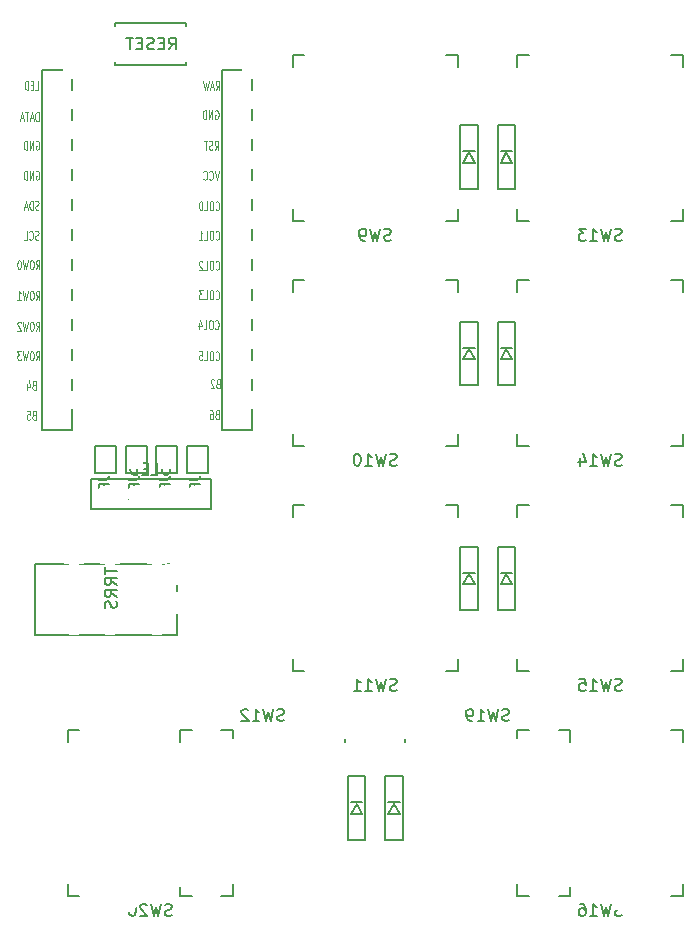
<source format=gbo>
G04 #@! TF.GenerationSoftware,KiCad,Pcbnew,5.1.4+dfsg1-1*
G04 #@! TF.CreationDate,2020-03-28T17:02:21+01:00*
G04 #@! TF.ProjectId,roni4x2split,726f6e69-3478-4327-9370-6c69742e6b69,rev?*
G04 #@! TF.SameCoordinates,Original*
G04 #@! TF.FileFunction,Legend,Bot*
G04 #@! TF.FilePolarity,Positive*
%FSLAX46Y46*%
G04 Gerber Fmt 4.6, Leading zero omitted, Abs format (unit mm)*
G04 Created by KiCad (PCBNEW 5.1.4+dfsg1-1) date 2020-03-28 17:02:21*
%MOMM*%
%LPD*%
G04 APERTURE LIST*
%ADD10C,0.150000*%
%ADD11C,0.152400*%
%ADD12C,0.125000*%
%ADD13C,4.502000*%
%ADD14C,3.150000*%
%ADD15C,4.089800*%
%ADD16R,1.702000X1.702000*%
%ADD17C,2.102000*%
%ADD18R,1.052000X1.402000*%
%ADD19R,1.499000X1.499000*%
%ADD20C,1.499000*%
%ADD21C,1.803800*%
%ADD22C,2.388000*%
%ADD23C,1.302000*%
%ADD24O,2.602000X1.802000*%
%ADD25R,1.245000X0.737000*%
%ADD26C,1.626000*%
G04 APERTURE END LIST*
D10*
X103012500Y-15786600D02*
X103012500Y-16036600D01*
X103012500Y-16036600D02*
X97012500Y-16036600D01*
X97012500Y-16036600D02*
X97012500Y-15786600D01*
X97012500Y-12786600D02*
X97012500Y-12536600D01*
X97012500Y-12536600D02*
X103012500Y-12536600D01*
X103012500Y-12536600D02*
X103012500Y-12786600D01*
X126992000Y-23411150D02*
X127492000Y-24311150D01*
X127492000Y-24311150D02*
X126492000Y-24311150D01*
X126492000Y-24311150D02*
X126992000Y-23411150D01*
X127492000Y-23311150D02*
X126492000Y-23311150D01*
X127742000Y-26511150D02*
X127742000Y-21111150D01*
X127742000Y-21111150D02*
X126242000Y-21111150D01*
X126242000Y-21111150D02*
X126242000Y-26511150D01*
X126242000Y-26511150D02*
X127742000Y-26511150D01*
X126992000Y-40078700D02*
X127492000Y-40978700D01*
X127492000Y-40978700D02*
X126492000Y-40978700D01*
X126492000Y-40978700D02*
X126992000Y-40078700D01*
X127492000Y-39978700D02*
X126492000Y-39978700D01*
X127742000Y-43178700D02*
X127742000Y-37778700D01*
X127742000Y-37778700D02*
X126242000Y-37778700D01*
X126242000Y-37778700D02*
X126242000Y-43178700D01*
X126242000Y-43178700D02*
X127742000Y-43178700D01*
X126992000Y-59127500D02*
X127492000Y-60027500D01*
X127492000Y-60027500D02*
X126492000Y-60027500D01*
X126492000Y-60027500D02*
X126992000Y-59127500D01*
X127492000Y-59027500D02*
X126492000Y-59027500D01*
X127742000Y-62227500D02*
X127742000Y-56827500D01*
X127742000Y-56827500D02*
X126242000Y-56827500D01*
X126242000Y-56827500D02*
X126242000Y-62227500D01*
X126242000Y-62227500D02*
X127742000Y-62227500D01*
X116725296Y-81678324D02*
X118225296Y-81678324D01*
X116725296Y-76278324D02*
X116725296Y-81678324D01*
X118225296Y-76278324D02*
X116725296Y-76278324D01*
X118225296Y-81678324D02*
X118225296Y-76278324D01*
X117975296Y-78478324D02*
X116975296Y-78478324D01*
X116975296Y-79478324D02*
X117475296Y-78578324D01*
X117975296Y-79478324D02*
X116975296Y-79478324D01*
X117475296Y-78578324D02*
X117975296Y-79478324D01*
X129416800Y-26511150D02*
X130916800Y-26511150D01*
X129416800Y-21111150D02*
X129416800Y-26511150D01*
X130916800Y-21111150D02*
X129416800Y-21111150D01*
X130916800Y-26511150D02*
X130916800Y-21111150D01*
X130666800Y-23311150D02*
X129666800Y-23311150D01*
X129666800Y-24311150D02*
X130166800Y-23411150D01*
X130666800Y-24311150D02*
X129666800Y-24311150D01*
X130166800Y-23411150D02*
X130666800Y-24311150D01*
X129416800Y-43178700D02*
X130916800Y-43178700D01*
X129416800Y-37778700D02*
X129416800Y-43178700D01*
X130916800Y-37778700D02*
X129416800Y-37778700D01*
X130916800Y-43178700D02*
X130916800Y-37778700D01*
X130666800Y-39978700D02*
X129666800Y-39978700D01*
X129666800Y-40978700D02*
X130166800Y-40078700D01*
X130666800Y-40978700D02*
X129666800Y-40978700D01*
X130166800Y-40078700D02*
X130666800Y-40978700D01*
X129416800Y-62227500D02*
X130916800Y-62227500D01*
X129416800Y-56827500D02*
X129416800Y-62227500D01*
X130916800Y-56827500D02*
X129416800Y-56827500D01*
X130916800Y-62227500D02*
X130916800Y-56827500D01*
X130666800Y-59027500D02*
X129666800Y-59027500D01*
X129666800Y-60027500D02*
X130166800Y-59127500D01*
X130666800Y-60027500D02*
X129666800Y-60027500D01*
X130166800Y-59127500D02*
X130666800Y-60027500D01*
X120650304Y-78578324D02*
X121150304Y-79478324D01*
X121150304Y-79478324D02*
X120150304Y-79478324D01*
X120150304Y-79478324D02*
X120650304Y-78578324D01*
X121150304Y-78478324D02*
X120150304Y-78478324D01*
X121400304Y-81678324D02*
X121400304Y-76278324D01*
X121400304Y-76278324D02*
X119900304Y-76278324D01*
X119900304Y-76278324D02*
X119900304Y-81678324D01*
X119900304Y-81678324D02*
X121400304Y-81678324D01*
X126055000Y-29223600D02*
X125055000Y-29223600D01*
X113055000Y-29223600D02*
X112055000Y-29223600D01*
X112055000Y-29223600D02*
X112055000Y-28223600D01*
X112055000Y-15223600D02*
X113055000Y-15223600D01*
X112055000Y-16223600D02*
X112055000Y-15223600D01*
X125055000Y-15223600D02*
X126055000Y-15223600D01*
X126055000Y-15223600D02*
X126055000Y-16223600D01*
X126055000Y-28223600D02*
X126055000Y-29223600D01*
X126055000Y-47272400D02*
X126055000Y-48272400D01*
X126055000Y-34272400D02*
X126055000Y-35272400D01*
X125055000Y-34272400D02*
X126055000Y-34272400D01*
X112055000Y-35272400D02*
X112055000Y-34272400D01*
X112055000Y-34272400D02*
X113055000Y-34272400D01*
X112055000Y-48272400D02*
X112055000Y-47272400D01*
X113055000Y-48272400D02*
X112055000Y-48272400D01*
X126055000Y-48272400D02*
X125055000Y-48272400D01*
X126055000Y-66321200D02*
X126055000Y-67321200D01*
X126055000Y-53321200D02*
X126055000Y-54321200D01*
X125055000Y-53321200D02*
X126055000Y-53321200D01*
X112055000Y-54321200D02*
X112055000Y-53321200D01*
X112055000Y-53321200D02*
X113055000Y-53321200D01*
X112055000Y-67321200D02*
X112055000Y-66321200D01*
X113055000Y-67321200D02*
X112055000Y-67321200D01*
X126055000Y-67321200D02*
X125055000Y-67321200D01*
X102537776Y-73375200D02*
X102537776Y-72375200D01*
X102537776Y-86375200D02*
X102537776Y-85375200D01*
X103537776Y-86375200D02*
X102537776Y-86375200D01*
X116537776Y-85375200D02*
X116537776Y-86375200D01*
X116537776Y-86375200D02*
X115537776Y-86375200D01*
X116537776Y-72375200D02*
X116537776Y-73375200D01*
X115537776Y-72375200D02*
X116537776Y-72375200D01*
X102537776Y-72375200D02*
X103537776Y-72375200D01*
X145103800Y-28223600D02*
X145103800Y-29223600D01*
X145103800Y-15223600D02*
X145103800Y-16223600D01*
X144103800Y-15223600D02*
X145103800Y-15223600D01*
X131103800Y-16223600D02*
X131103800Y-15223600D01*
X131103800Y-15223600D02*
X132103800Y-15223600D01*
X131103800Y-29223600D02*
X131103800Y-28223600D01*
X132103800Y-29223600D02*
X131103800Y-29223600D01*
X145103800Y-29223600D02*
X144103800Y-29223600D01*
X145103800Y-48272400D02*
X144103800Y-48272400D01*
X132103800Y-48272400D02*
X131103800Y-48272400D01*
X131103800Y-48272400D02*
X131103800Y-47272400D01*
X131103800Y-34272400D02*
X132103800Y-34272400D01*
X131103800Y-35272400D02*
X131103800Y-34272400D01*
X144103800Y-34272400D02*
X145103800Y-34272400D01*
X145103800Y-34272400D02*
X145103800Y-35272400D01*
X145103800Y-47272400D02*
X145103800Y-48272400D01*
X145103800Y-67321200D02*
X144103800Y-67321200D01*
X132103800Y-67321200D02*
X131103800Y-67321200D01*
X131103800Y-67321200D02*
X131103800Y-66321200D01*
X131103800Y-53321200D02*
X132103800Y-53321200D01*
X131103800Y-54321200D02*
X131103800Y-53321200D01*
X144103800Y-53321200D02*
X145103800Y-53321200D01*
X145103800Y-53321200D02*
X145103800Y-54321200D01*
X145103800Y-66321200D02*
X145103800Y-67321200D01*
X145103800Y-86370000D02*
X144103800Y-86370000D01*
X132103800Y-86370000D02*
X131103800Y-86370000D01*
X131103800Y-86370000D02*
X131103800Y-85370000D01*
X131103800Y-72370000D02*
X132103800Y-72370000D01*
X131103800Y-73370000D02*
X131103800Y-72370000D01*
X144103800Y-72370000D02*
X145103800Y-72370000D01*
X145103800Y-72370000D02*
X145103800Y-73370000D01*
X145103800Y-85370000D02*
X145103800Y-86370000D01*
X121587824Y-73375200D02*
X121587824Y-72375200D01*
X121587824Y-86375200D02*
X121587824Y-85375200D01*
X122587824Y-86375200D02*
X121587824Y-86375200D01*
X135587824Y-85375200D02*
X135587824Y-86375200D01*
X135587824Y-86375200D02*
X134587824Y-86375200D01*
X135587824Y-72375200D02*
X135587824Y-73375200D01*
X134587824Y-72375200D02*
X135587824Y-72375200D01*
X121587824Y-72375200D02*
X122587824Y-72375200D01*
X107012752Y-85375200D02*
X107012752Y-86375200D01*
X107012752Y-72375200D02*
X107012752Y-73375200D01*
X106012752Y-72375200D02*
X107012752Y-72375200D01*
X93012752Y-73375200D02*
X93012752Y-72375200D01*
X93012752Y-72375200D02*
X94012752Y-72375200D01*
X93012752Y-86375200D02*
X93012752Y-85375200D01*
X94012752Y-86375200D02*
X93012752Y-86375200D01*
X107012752Y-86375200D02*
X106012752Y-86375200D01*
X102289290Y-64281400D02*
X90289290Y-64281400D01*
X102289290Y-58281400D02*
X102289290Y-64281400D01*
X90289290Y-58281400D02*
X102289290Y-58281400D01*
X90289290Y-64281400D02*
X90289290Y-58281400D01*
X94972430Y-51117632D02*
X105132430Y-51117632D01*
X105132430Y-51117632D02*
X105132430Y-53657632D01*
X105132430Y-53657632D02*
X94972430Y-53657632D01*
X94972430Y-53657632D02*
X94972430Y-51117632D01*
X104870512Y-50554062D02*
X104870512Y-48268062D01*
X104870512Y-48268062D02*
X103092512Y-48268062D01*
X103092512Y-48268062D02*
X103092512Y-50554062D01*
X103092512Y-50554062D02*
X104870512Y-50554062D01*
X100512818Y-50554062D02*
X102290818Y-50554062D01*
X100512818Y-48268062D02*
X100512818Y-50554062D01*
X102290818Y-48268062D02*
X100512818Y-48268062D01*
X102290818Y-50554062D02*
X102290818Y-48268062D01*
X99711124Y-50554062D02*
X99711124Y-48268062D01*
X99711124Y-48268062D02*
X97933124Y-48268062D01*
X97933124Y-48268062D02*
X97933124Y-50554062D01*
X97933124Y-50554062D02*
X99711124Y-50554062D01*
X95353430Y-50554062D02*
X97131430Y-50554062D01*
X95353430Y-48268062D02*
X95353430Y-50554062D01*
X97131430Y-48268062D02*
X95353430Y-48268062D01*
X97131430Y-50554062D02*
X97131430Y-48268062D01*
X106084942Y-16476300D02*
X108624942Y-16476300D01*
X108624942Y-16476300D02*
X108624942Y-46956300D01*
X108624942Y-46956300D02*
X106084942Y-46956300D01*
X106084942Y-46956300D02*
X106084942Y-16476300D01*
X90844942Y-16476300D02*
X93384942Y-16476300D01*
X93384942Y-16476300D02*
X93384942Y-46956300D01*
X93384942Y-46956300D02*
X90844942Y-46956300D01*
X90844942Y-46956300D02*
X90844942Y-16476300D01*
X101591880Y-14738980D02*
X101925214Y-14262790D01*
X102163309Y-14738980D02*
X102163309Y-13738980D01*
X101782357Y-13738980D01*
X101687119Y-13786600D01*
X101639500Y-13834219D01*
X101591880Y-13929457D01*
X101591880Y-14072314D01*
X101639500Y-14167552D01*
X101687119Y-14215171D01*
X101782357Y-14262790D01*
X102163309Y-14262790D01*
X101163309Y-14215171D02*
X100829976Y-14215171D01*
X100687119Y-14738980D02*
X101163309Y-14738980D01*
X101163309Y-13738980D01*
X100687119Y-13738980D01*
X100306166Y-14691361D02*
X100163309Y-14738980D01*
X99925214Y-14738980D01*
X99829976Y-14691361D01*
X99782357Y-14643742D01*
X99734738Y-14548504D01*
X99734738Y-14453266D01*
X99782357Y-14358028D01*
X99829976Y-14310409D01*
X99925214Y-14262790D01*
X100115690Y-14215171D01*
X100210928Y-14167552D01*
X100258547Y-14119933D01*
X100306166Y-14024695D01*
X100306166Y-13929457D01*
X100258547Y-13834219D01*
X100210928Y-13786600D01*
X100115690Y-13738980D01*
X99877595Y-13738980D01*
X99734738Y-13786600D01*
X99306166Y-14215171D02*
X98972833Y-14215171D01*
X98829976Y-14738980D02*
X99306166Y-14738980D01*
X99306166Y-13738980D01*
X98829976Y-13738980D01*
X98544261Y-13738980D02*
X97972833Y-13738980D01*
X98258547Y-14738980D02*
X98258547Y-13738980D01*
X120388333Y-30883361D02*
X120245476Y-30930980D01*
X120007380Y-30930980D01*
X119912142Y-30883361D01*
X119864523Y-30835742D01*
X119816904Y-30740504D01*
X119816904Y-30645266D01*
X119864523Y-30550028D01*
X119912142Y-30502409D01*
X120007380Y-30454790D01*
X120197857Y-30407171D01*
X120293095Y-30359552D01*
X120340714Y-30311933D01*
X120388333Y-30216695D01*
X120388333Y-30121457D01*
X120340714Y-30026219D01*
X120293095Y-29978600D01*
X120197857Y-29930980D01*
X119959761Y-29930980D01*
X119816904Y-29978600D01*
X119483571Y-29930980D02*
X119245476Y-30930980D01*
X119055000Y-30216695D01*
X118864523Y-30930980D01*
X118626428Y-29930980D01*
X118197857Y-30930980D02*
X118007380Y-30930980D01*
X117912142Y-30883361D01*
X117864523Y-30835742D01*
X117769285Y-30692885D01*
X117721666Y-30502409D01*
X117721666Y-30121457D01*
X117769285Y-30026219D01*
X117816904Y-29978600D01*
X117912142Y-29930980D01*
X118102619Y-29930980D01*
X118197857Y-29978600D01*
X118245476Y-30026219D01*
X118293095Y-30121457D01*
X118293095Y-30359552D01*
X118245476Y-30454790D01*
X118197857Y-30502409D01*
X118102619Y-30550028D01*
X117912142Y-30550028D01*
X117816904Y-30502409D01*
X117769285Y-30454790D01*
X117721666Y-30359552D01*
X120864523Y-49932161D02*
X120721666Y-49979780D01*
X120483571Y-49979780D01*
X120388333Y-49932161D01*
X120340714Y-49884542D01*
X120293095Y-49789304D01*
X120293095Y-49694066D01*
X120340714Y-49598828D01*
X120388333Y-49551209D01*
X120483571Y-49503590D01*
X120674047Y-49455971D01*
X120769285Y-49408352D01*
X120816904Y-49360733D01*
X120864523Y-49265495D01*
X120864523Y-49170257D01*
X120816904Y-49075019D01*
X120769285Y-49027400D01*
X120674047Y-48979780D01*
X120435952Y-48979780D01*
X120293095Y-49027400D01*
X119959761Y-48979780D02*
X119721666Y-49979780D01*
X119531190Y-49265495D01*
X119340714Y-49979780D01*
X119102619Y-48979780D01*
X118197857Y-49979780D02*
X118769285Y-49979780D01*
X118483571Y-49979780D02*
X118483571Y-48979780D01*
X118578809Y-49122638D01*
X118674047Y-49217876D01*
X118769285Y-49265495D01*
X117578809Y-48979780D02*
X117483571Y-48979780D01*
X117388333Y-49027400D01*
X117340714Y-49075019D01*
X117293095Y-49170257D01*
X117245476Y-49360733D01*
X117245476Y-49598828D01*
X117293095Y-49789304D01*
X117340714Y-49884542D01*
X117388333Y-49932161D01*
X117483571Y-49979780D01*
X117578809Y-49979780D01*
X117674047Y-49932161D01*
X117721666Y-49884542D01*
X117769285Y-49789304D01*
X117816904Y-49598828D01*
X117816904Y-49360733D01*
X117769285Y-49170257D01*
X117721666Y-49075019D01*
X117674047Y-49027400D01*
X117578809Y-48979780D01*
X120864523Y-68980961D02*
X120721666Y-69028580D01*
X120483571Y-69028580D01*
X120388333Y-68980961D01*
X120340714Y-68933342D01*
X120293095Y-68838104D01*
X120293095Y-68742866D01*
X120340714Y-68647628D01*
X120388333Y-68600009D01*
X120483571Y-68552390D01*
X120674047Y-68504771D01*
X120769285Y-68457152D01*
X120816904Y-68409533D01*
X120864523Y-68314295D01*
X120864523Y-68219057D01*
X120816904Y-68123819D01*
X120769285Y-68076200D01*
X120674047Y-68028580D01*
X120435952Y-68028580D01*
X120293095Y-68076200D01*
X119959761Y-68028580D02*
X119721666Y-69028580D01*
X119531190Y-68314295D01*
X119340714Y-69028580D01*
X119102619Y-68028580D01*
X118197857Y-69028580D02*
X118769285Y-69028580D01*
X118483571Y-69028580D02*
X118483571Y-68028580D01*
X118578809Y-68171438D01*
X118674047Y-68266676D01*
X118769285Y-68314295D01*
X117245476Y-69028580D02*
X117816904Y-69028580D01*
X117531190Y-69028580D02*
X117531190Y-68028580D01*
X117626428Y-68171438D01*
X117721666Y-68266676D01*
X117816904Y-68314295D01*
X111347299Y-71524961D02*
X111204442Y-71572580D01*
X110966347Y-71572580D01*
X110871109Y-71524961D01*
X110823490Y-71477342D01*
X110775871Y-71382104D01*
X110775871Y-71286866D01*
X110823490Y-71191628D01*
X110871109Y-71144009D01*
X110966347Y-71096390D01*
X111156823Y-71048771D01*
X111252061Y-71001152D01*
X111299680Y-70953533D01*
X111347299Y-70858295D01*
X111347299Y-70763057D01*
X111299680Y-70667819D01*
X111252061Y-70620200D01*
X111156823Y-70572580D01*
X110918728Y-70572580D01*
X110775871Y-70620200D01*
X110442537Y-70572580D02*
X110204442Y-71572580D01*
X110013966Y-70858295D01*
X109823490Y-71572580D01*
X109585395Y-70572580D01*
X108680633Y-71572580D02*
X109252061Y-71572580D01*
X108966347Y-71572580D02*
X108966347Y-70572580D01*
X109061585Y-70715438D01*
X109156823Y-70810676D01*
X109252061Y-70858295D01*
X108299680Y-70667819D02*
X108252061Y-70620200D01*
X108156823Y-70572580D01*
X107918728Y-70572580D01*
X107823490Y-70620200D01*
X107775871Y-70667819D01*
X107728252Y-70763057D01*
X107728252Y-70858295D01*
X107775871Y-71001152D01*
X108347299Y-71572580D01*
X107728252Y-71572580D01*
X139913323Y-30883361D02*
X139770466Y-30930980D01*
X139532371Y-30930980D01*
X139437133Y-30883361D01*
X139389514Y-30835742D01*
X139341895Y-30740504D01*
X139341895Y-30645266D01*
X139389514Y-30550028D01*
X139437133Y-30502409D01*
X139532371Y-30454790D01*
X139722847Y-30407171D01*
X139818085Y-30359552D01*
X139865704Y-30311933D01*
X139913323Y-30216695D01*
X139913323Y-30121457D01*
X139865704Y-30026219D01*
X139818085Y-29978600D01*
X139722847Y-29930980D01*
X139484752Y-29930980D01*
X139341895Y-29978600D01*
X139008561Y-29930980D02*
X138770466Y-30930980D01*
X138579990Y-30216695D01*
X138389514Y-30930980D01*
X138151419Y-29930980D01*
X137246657Y-30930980D02*
X137818085Y-30930980D01*
X137532371Y-30930980D02*
X137532371Y-29930980D01*
X137627609Y-30073838D01*
X137722847Y-30169076D01*
X137818085Y-30216695D01*
X136913323Y-29930980D02*
X136294276Y-29930980D01*
X136627609Y-30311933D01*
X136484752Y-30311933D01*
X136389514Y-30359552D01*
X136341895Y-30407171D01*
X136294276Y-30502409D01*
X136294276Y-30740504D01*
X136341895Y-30835742D01*
X136389514Y-30883361D01*
X136484752Y-30930980D01*
X136770466Y-30930980D01*
X136865704Y-30883361D01*
X136913323Y-30835742D01*
X139913323Y-49932161D02*
X139770466Y-49979780D01*
X139532371Y-49979780D01*
X139437133Y-49932161D01*
X139389514Y-49884542D01*
X139341895Y-49789304D01*
X139341895Y-49694066D01*
X139389514Y-49598828D01*
X139437133Y-49551209D01*
X139532371Y-49503590D01*
X139722847Y-49455971D01*
X139818085Y-49408352D01*
X139865704Y-49360733D01*
X139913323Y-49265495D01*
X139913323Y-49170257D01*
X139865704Y-49075019D01*
X139818085Y-49027400D01*
X139722847Y-48979780D01*
X139484752Y-48979780D01*
X139341895Y-49027400D01*
X139008561Y-48979780D02*
X138770466Y-49979780D01*
X138579990Y-49265495D01*
X138389514Y-49979780D01*
X138151419Y-48979780D01*
X137246657Y-49979780D02*
X137818085Y-49979780D01*
X137532371Y-49979780D02*
X137532371Y-48979780D01*
X137627609Y-49122638D01*
X137722847Y-49217876D01*
X137818085Y-49265495D01*
X136389514Y-49313114D02*
X136389514Y-49979780D01*
X136627609Y-48932161D02*
X136865704Y-49646447D01*
X136246657Y-49646447D01*
X139913323Y-68980961D02*
X139770466Y-69028580D01*
X139532371Y-69028580D01*
X139437133Y-68980961D01*
X139389514Y-68933342D01*
X139341895Y-68838104D01*
X139341895Y-68742866D01*
X139389514Y-68647628D01*
X139437133Y-68600009D01*
X139532371Y-68552390D01*
X139722847Y-68504771D01*
X139818085Y-68457152D01*
X139865704Y-68409533D01*
X139913323Y-68314295D01*
X139913323Y-68219057D01*
X139865704Y-68123819D01*
X139818085Y-68076200D01*
X139722847Y-68028580D01*
X139484752Y-68028580D01*
X139341895Y-68076200D01*
X139008561Y-68028580D02*
X138770466Y-69028580D01*
X138579990Y-68314295D01*
X138389514Y-69028580D01*
X138151419Y-68028580D01*
X137246657Y-69028580D02*
X137818085Y-69028580D01*
X137532371Y-69028580D02*
X137532371Y-68028580D01*
X137627609Y-68171438D01*
X137722847Y-68266676D01*
X137818085Y-68314295D01*
X136341895Y-68028580D02*
X136818085Y-68028580D01*
X136865704Y-68504771D01*
X136818085Y-68457152D01*
X136722847Y-68409533D01*
X136484752Y-68409533D01*
X136389514Y-68457152D01*
X136341895Y-68504771D01*
X136294276Y-68600009D01*
X136294276Y-68838104D01*
X136341895Y-68933342D01*
X136389514Y-68980961D01*
X136484752Y-69028580D01*
X136722847Y-69028580D01*
X136818085Y-68980961D01*
X136865704Y-68933342D01*
X139913323Y-88029761D02*
X139770466Y-88077380D01*
X139532371Y-88077380D01*
X139437133Y-88029761D01*
X139389514Y-87982142D01*
X139341895Y-87886904D01*
X139341895Y-87791666D01*
X139389514Y-87696428D01*
X139437133Y-87648809D01*
X139532371Y-87601190D01*
X139722847Y-87553571D01*
X139818085Y-87505952D01*
X139865704Y-87458333D01*
X139913323Y-87363095D01*
X139913323Y-87267857D01*
X139865704Y-87172619D01*
X139818085Y-87125000D01*
X139722847Y-87077380D01*
X139484752Y-87077380D01*
X139341895Y-87125000D01*
X139008561Y-87077380D02*
X138770466Y-88077380D01*
X138579990Y-87363095D01*
X138389514Y-88077380D01*
X138151419Y-87077380D01*
X137246657Y-88077380D02*
X137818085Y-88077380D01*
X137532371Y-88077380D02*
X137532371Y-87077380D01*
X137627609Y-87220238D01*
X137722847Y-87315476D01*
X137818085Y-87363095D01*
X136389514Y-87077380D02*
X136579990Y-87077380D01*
X136675228Y-87125000D01*
X136722847Y-87172619D01*
X136818085Y-87315476D01*
X136865704Y-87505952D01*
X136865704Y-87886904D01*
X136818085Y-87982142D01*
X136770466Y-88029761D01*
X136675228Y-88077380D01*
X136484752Y-88077380D01*
X136389514Y-88029761D01*
X136341895Y-87982142D01*
X136294276Y-87886904D01*
X136294276Y-87648809D01*
X136341895Y-87553571D01*
X136389514Y-87505952D01*
X136484752Y-87458333D01*
X136675228Y-87458333D01*
X136770466Y-87505952D01*
X136818085Y-87553571D01*
X136865704Y-87648809D01*
X130397347Y-71524961D02*
X130254490Y-71572580D01*
X130016395Y-71572580D01*
X129921157Y-71524961D01*
X129873538Y-71477342D01*
X129825919Y-71382104D01*
X129825919Y-71286866D01*
X129873538Y-71191628D01*
X129921157Y-71144009D01*
X130016395Y-71096390D01*
X130206871Y-71048771D01*
X130302109Y-71001152D01*
X130349728Y-70953533D01*
X130397347Y-70858295D01*
X130397347Y-70763057D01*
X130349728Y-70667819D01*
X130302109Y-70620200D01*
X130206871Y-70572580D01*
X129968776Y-70572580D01*
X129825919Y-70620200D01*
X129492585Y-70572580D02*
X129254490Y-71572580D01*
X129064014Y-70858295D01*
X128873538Y-71572580D01*
X128635443Y-70572580D01*
X127730681Y-71572580D02*
X128302109Y-71572580D01*
X128016395Y-71572580D02*
X128016395Y-70572580D01*
X128111633Y-70715438D01*
X128206871Y-70810676D01*
X128302109Y-70858295D01*
X127254490Y-71572580D02*
X127064014Y-71572580D01*
X126968776Y-71524961D01*
X126921157Y-71477342D01*
X126825919Y-71334485D01*
X126778300Y-71144009D01*
X126778300Y-70763057D01*
X126825919Y-70667819D01*
X126873538Y-70620200D01*
X126968776Y-70572580D01*
X127159252Y-70572580D01*
X127254490Y-70620200D01*
X127302109Y-70667819D01*
X127349728Y-70763057D01*
X127349728Y-71001152D01*
X127302109Y-71096390D01*
X127254490Y-71144009D01*
X127159252Y-71191628D01*
X126968776Y-71191628D01*
X126873538Y-71144009D01*
X126825919Y-71096390D01*
X126778300Y-71001152D01*
X101822275Y-88034961D02*
X101679418Y-88082580D01*
X101441323Y-88082580D01*
X101346085Y-88034961D01*
X101298466Y-87987342D01*
X101250847Y-87892104D01*
X101250847Y-87796866D01*
X101298466Y-87701628D01*
X101346085Y-87654009D01*
X101441323Y-87606390D01*
X101631799Y-87558771D01*
X101727037Y-87511152D01*
X101774656Y-87463533D01*
X101822275Y-87368295D01*
X101822275Y-87273057D01*
X101774656Y-87177819D01*
X101727037Y-87130200D01*
X101631799Y-87082580D01*
X101393704Y-87082580D01*
X101250847Y-87130200D01*
X100917513Y-87082580D02*
X100679418Y-88082580D01*
X100488942Y-87368295D01*
X100298466Y-88082580D01*
X100060371Y-87082580D01*
X99727037Y-87177819D02*
X99679418Y-87130200D01*
X99584180Y-87082580D01*
X99346085Y-87082580D01*
X99250847Y-87130200D01*
X99203228Y-87177819D01*
X99155609Y-87273057D01*
X99155609Y-87368295D01*
X99203228Y-87511152D01*
X99774656Y-88082580D01*
X99155609Y-88082580D01*
X98536561Y-87082580D02*
X98441323Y-87082580D01*
X98346085Y-87130200D01*
X98298466Y-87177819D01*
X98250847Y-87273057D01*
X98203228Y-87463533D01*
X98203228Y-87701628D01*
X98250847Y-87892104D01*
X98298466Y-87987342D01*
X98346085Y-88034961D01*
X98441323Y-88082580D01*
X98536561Y-88082580D01*
X98631799Y-88034961D01*
X98679418Y-87987342D01*
X98727037Y-87892104D01*
X98774656Y-87701628D01*
X98774656Y-87463533D01*
X98727037Y-87273057D01*
X98679418Y-87177819D01*
X98631799Y-87130200D01*
X98536561Y-87082580D01*
X96155170Y-58594995D02*
X96155170Y-59166423D01*
X97155170Y-58880709D02*
X96155170Y-58880709D01*
X97155170Y-60071185D02*
X96678980Y-59737852D01*
X97155170Y-59499757D02*
X96155170Y-59499757D01*
X96155170Y-59880709D01*
X96202790Y-59975947D01*
X96250409Y-60023566D01*
X96345647Y-60071185D01*
X96488504Y-60071185D01*
X96583742Y-60023566D01*
X96631361Y-59975947D01*
X96678980Y-59880709D01*
X96678980Y-59499757D01*
X97155170Y-61071185D02*
X96678980Y-60737852D01*
X97155170Y-60499757D02*
X96155170Y-60499757D01*
X96155170Y-60880709D01*
X96202790Y-60975947D01*
X96250409Y-61023566D01*
X96345647Y-61071185D01*
X96488504Y-61071185D01*
X96583742Y-61023566D01*
X96631361Y-60975947D01*
X96678980Y-60880709D01*
X96678980Y-60499757D01*
X97107551Y-61452138D02*
X97155170Y-61594995D01*
X97155170Y-61833090D01*
X97107551Y-61928328D01*
X97059932Y-61975947D01*
X96964694Y-62023566D01*
X96869456Y-62023566D01*
X96774218Y-61975947D01*
X96726599Y-61928328D01*
X96678980Y-61833090D01*
X96631361Y-61642614D01*
X96583742Y-61547376D01*
X96536123Y-61499757D01*
X96440885Y-61452138D01*
X96345647Y-61452138D01*
X96250409Y-61499757D01*
X96202790Y-61547376D01*
X96155170Y-61642614D01*
X96155170Y-61880709D01*
X96202790Y-62023566D01*
X101444810Y-49740012D02*
X101254334Y-49740012D01*
X101159096Y-49787632D01*
X101063858Y-49882870D01*
X101016239Y-50073346D01*
X101016239Y-50406679D01*
X101063858Y-50597155D01*
X101159096Y-50692393D01*
X101254334Y-50740012D01*
X101444810Y-50740012D01*
X101540049Y-50692393D01*
X101635287Y-50597155D01*
X101682906Y-50406679D01*
X101682906Y-50073346D01*
X101635287Y-49882870D01*
X101540049Y-49787632D01*
X101444810Y-49740012D01*
X100111477Y-50740012D02*
X100587668Y-50740012D01*
X100587668Y-49740012D01*
X99778144Y-50216203D02*
X99444810Y-50216203D01*
X99301953Y-50740012D02*
X99778144Y-50740012D01*
X99778144Y-49740012D01*
X99301953Y-49740012D01*
X98873382Y-50740012D02*
X98873382Y-49740012D01*
X98635287Y-49740012D01*
X98492430Y-49787632D01*
X98397191Y-49882870D01*
X98349572Y-49978108D01*
X98301953Y-50168584D01*
X98301953Y-50311441D01*
X98349572Y-50501917D01*
X98397191Y-50597155D01*
X98492430Y-50692393D01*
X98635287Y-50740012D01*
X98873382Y-50740012D01*
D11*
X103409407Y-51146728D02*
X103989978Y-51146728D01*
X104106092Y-51108023D01*
X104183502Y-51030614D01*
X104222207Y-50914500D01*
X104222207Y-50837090D01*
X104222207Y-51533776D02*
X103409407Y-51533776D01*
X103409407Y-51843414D01*
X103448112Y-51920823D01*
X103486816Y-51959528D01*
X103564226Y-51998233D01*
X103680340Y-51998233D01*
X103757750Y-51959528D01*
X103796454Y-51920823D01*
X103835159Y-51843414D01*
X103835159Y-51533776D01*
X104222207Y-52772328D02*
X104222207Y-52307871D01*
X104222207Y-52540100D02*
X103409407Y-52540100D01*
X103525521Y-52462690D01*
X103602931Y-52385281D01*
X103641635Y-52307871D01*
X100829713Y-51146728D02*
X101410284Y-51146728D01*
X101526398Y-51108023D01*
X101603808Y-51030614D01*
X101642513Y-50914500D01*
X101642513Y-50837090D01*
X101642513Y-51533776D02*
X100829713Y-51533776D01*
X100829713Y-51843414D01*
X100868418Y-51920823D01*
X100907122Y-51959528D01*
X100984532Y-51998233D01*
X101100646Y-51998233D01*
X101178056Y-51959528D01*
X101216760Y-51920823D01*
X101255465Y-51843414D01*
X101255465Y-51533776D01*
X100907122Y-52307871D02*
X100868418Y-52346576D01*
X100829713Y-52423985D01*
X100829713Y-52617509D01*
X100868418Y-52694919D01*
X100907122Y-52733623D01*
X100984532Y-52772328D01*
X101061941Y-52772328D01*
X101178056Y-52733623D01*
X101642513Y-52269166D01*
X101642513Y-52772328D01*
X98250019Y-51146728D02*
X98830590Y-51146728D01*
X98946704Y-51108023D01*
X99024114Y-51030614D01*
X99062819Y-50914500D01*
X99062819Y-50837090D01*
X99062819Y-51533776D02*
X98250019Y-51533776D01*
X98250019Y-51843414D01*
X98288724Y-51920823D01*
X98327428Y-51959528D01*
X98404838Y-51998233D01*
X98520952Y-51998233D01*
X98598362Y-51959528D01*
X98637066Y-51920823D01*
X98675771Y-51843414D01*
X98675771Y-51533776D01*
X98250019Y-52269166D02*
X98250019Y-52772328D01*
X98559657Y-52501395D01*
X98559657Y-52617509D01*
X98598362Y-52694919D01*
X98637066Y-52733623D01*
X98714476Y-52772328D01*
X98908000Y-52772328D01*
X98985409Y-52733623D01*
X99024114Y-52694919D01*
X99062819Y-52617509D01*
X99062819Y-52385281D01*
X99024114Y-52307871D01*
X98985409Y-52269166D01*
X95670325Y-51146728D02*
X96250896Y-51146728D01*
X96367010Y-51108023D01*
X96444420Y-51030614D01*
X96483125Y-50914500D01*
X96483125Y-50837090D01*
X96483125Y-51533776D02*
X95670325Y-51533776D01*
X95670325Y-51843414D01*
X95709030Y-51920823D01*
X95747734Y-51959528D01*
X95825144Y-51998233D01*
X95941258Y-51998233D01*
X96018668Y-51959528D01*
X96057372Y-51920823D01*
X96096077Y-51843414D01*
X96096077Y-51533776D01*
X95941258Y-52694919D02*
X96483125Y-52694919D01*
X95631620Y-52501395D02*
X96212191Y-52307871D01*
X96212191Y-52811033D01*
D12*
X105541180Y-18149085D02*
X105707846Y-17791942D01*
X105826894Y-18149085D02*
X105826894Y-17399085D01*
X105636418Y-17399085D01*
X105588799Y-17434800D01*
X105564989Y-17470514D01*
X105541180Y-17541942D01*
X105541180Y-17649085D01*
X105564989Y-17720514D01*
X105588799Y-17756228D01*
X105636418Y-17791942D01*
X105826894Y-17791942D01*
X105350703Y-17934800D02*
X105112608Y-17934800D01*
X105398322Y-18149085D02*
X105231656Y-17399085D01*
X105064989Y-18149085D01*
X104945942Y-17399085D02*
X104826894Y-18149085D01*
X104731656Y-17613371D01*
X104636418Y-18149085D01*
X104517370Y-17399085D01*
X90277370Y-18149085D02*
X90515465Y-18149085D01*
X90515465Y-17399085D01*
X90110703Y-17756228D02*
X89944037Y-17756228D01*
X89872608Y-18149085D02*
X90110703Y-18149085D01*
X90110703Y-17399085D01*
X89872608Y-17399085D01*
X89658322Y-18149085D02*
X89658322Y-17399085D01*
X89539275Y-17399085D01*
X89467846Y-17434800D01*
X89420227Y-17506228D01*
X89396418Y-17577657D01*
X89372608Y-17720514D01*
X89372608Y-17827657D01*
X89396418Y-17970514D01*
X89420227Y-18041942D01*
X89467846Y-18113371D01*
X89539275Y-18149085D01*
X89658322Y-18149085D01*
X105513394Y-19911300D02*
X105561013Y-19875585D01*
X105632442Y-19875585D01*
X105703870Y-19911300D01*
X105751489Y-19982728D01*
X105775299Y-20054157D01*
X105799108Y-20197014D01*
X105799108Y-20304157D01*
X105775299Y-20447014D01*
X105751489Y-20518442D01*
X105703870Y-20589871D01*
X105632442Y-20625585D01*
X105584822Y-20625585D01*
X105513394Y-20589871D01*
X105489584Y-20554157D01*
X105489584Y-20304157D01*
X105584822Y-20304157D01*
X105275299Y-20625585D02*
X105275299Y-19875585D01*
X104989584Y-20625585D01*
X104989584Y-19875585D01*
X104751489Y-20625585D02*
X104751489Y-19875585D01*
X104632442Y-19875585D01*
X104561013Y-19911300D01*
X104513394Y-19982728D01*
X104489584Y-20054157D01*
X104465775Y-20197014D01*
X104465775Y-20304157D01*
X104489584Y-20447014D01*
X104513394Y-20518442D01*
X104561013Y-20589871D01*
X104632442Y-20625585D01*
X104751489Y-20625585D01*
X90554942Y-20793585D02*
X90554942Y-20043585D01*
X90435894Y-20043585D01*
X90364465Y-20079300D01*
X90316846Y-20150728D01*
X90293037Y-20222157D01*
X90269227Y-20365014D01*
X90269227Y-20472157D01*
X90293037Y-20615014D01*
X90316846Y-20686442D01*
X90364465Y-20757871D01*
X90435894Y-20793585D01*
X90554942Y-20793585D01*
X90078751Y-20579300D02*
X89840656Y-20579300D01*
X90126370Y-20793585D02*
X89959703Y-20043585D01*
X89793037Y-20793585D01*
X89697799Y-20043585D02*
X89412084Y-20043585D01*
X89554942Y-20793585D02*
X89554942Y-20043585D01*
X89269227Y-20579300D02*
X89031132Y-20579300D01*
X89316846Y-20793585D02*
X89150180Y-20043585D01*
X88983513Y-20793585D01*
X105469751Y-23229085D02*
X105636418Y-22871942D01*
X105755465Y-23229085D02*
X105755465Y-22479085D01*
X105564989Y-22479085D01*
X105517370Y-22514800D01*
X105493561Y-22550514D01*
X105469751Y-22621942D01*
X105469751Y-22729085D01*
X105493561Y-22800514D01*
X105517370Y-22836228D01*
X105564989Y-22871942D01*
X105755465Y-22871942D01*
X105279275Y-23193371D02*
X105207846Y-23229085D01*
X105088799Y-23229085D01*
X105041180Y-23193371D01*
X105017370Y-23157657D01*
X104993561Y-23086228D01*
X104993561Y-23014800D01*
X105017370Y-22943371D01*
X105041180Y-22907657D01*
X105088799Y-22871942D01*
X105184037Y-22836228D01*
X105231656Y-22800514D01*
X105255465Y-22764800D01*
X105279275Y-22693371D01*
X105279275Y-22621942D01*
X105255465Y-22550514D01*
X105231656Y-22514800D01*
X105184037Y-22479085D01*
X105064989Y-22479085D01*
X104993561Y-22514800D01*
X104850703Y-22479085D02*
X104564989Y-22479085D01*
X104707846Y-23229085D02*
X104707846Y-22479085D01*
X90336894Y-22514800D02*
X90384513Y-22479085D01*
X90455942Y-22479085D01*
X90527370Y-22514800D01*
X90574989Y-22586228D01*
X90598799Y-22657657D01*
X90622608Y-22800514D01*
X90622608Y-22907657D01*
X90598799Y-23050514D01*
X90574989Y-23121942D01*
X90527370Y-23193371D01*
X90455942Y-23229085D01*
X90408322Y-23229085D01*
X90336894Y-23193371D01*
X90313084Y-23157657D01*
X90313084Y-22907657D01*
X90408322Y-22907657D01*
X90098799Y-23229085D02*
X90098799Y-22479085D01*
X89813084Y-23229085D01*
X89813084Y-22479085D01*
X89574989Y-23229085D02*
X89574989Y-22479085D01*
X89455942Y-22479085D01*
X89384513Y-22514800D01*
X89336894Y-22586228D01*
X89313084Y-22657657D01*
X89289275Y-22800514D01*
X89289275Y-22907657D01*
X89313084Y-23050514D01*
X89336894Y-23121942D01*
X89384513Y-23193371D01*
X89455942Y-23229085D01*
X89574989Y-23229085D01*
X105799108Y-25019085D02*
X105632442Y-25769085D01*
X105465775Y-25019085D01*
X105013394Y-25697657D02*
X105037203Y-25733371D01*
X105108632Y-25769085D01*
X105156251Y-25769085D01*
X105227680Y-25733371D01*
X105275299Y-25661942D01*
X105299108Y-25590514D01*
X105322918Y-25447657D01*
X105322918Y-25340514D01*
X105299108Y-25197657D01*
X105275299Y-25126228D01*
X105227680Y-25054800D01*
X105156251Y-25019085D01*
X105108632Y-25019085D01*
X105037203Y-25054800D01*
X105013394Y-25090514D01*
X104513394Y-25697657D02*
X104537203Y-25733371D01*
X104608632Y-25769085D01*
X104656251Y-25769085D01*
X104727680Y-25733371D01*
X104775299Y-25661942D01*
X104799108Y-25590514D01*
X104822918Y-25447657D01*
X104822918Y-25340514D01*
X104799108Y-25197657D01*
X104775299Y-25126228D01*
X104727680Y-25054800D01*
X104656251Y-25019085D01*
X104608632Y-25019085D01*
X104537203Y-25054800D01*
X104513394Y-25090514D01*
X90336894Y-25054800D02*
X90384513Y-25019085D01*
X90455942Y-25019085D01*
X90527370Y-25054800D01*
X90574989Y-25126228D01*
X90598799Y-25197657D01*
X90622608Y-25340514D01*
X90622608Y-25447657D01*
X90598799Y-25590514D01*
X90574989Y-25661942D01*
X90527370Y-25733371D01*
X90455942Y-25769085D01*
X90408322Y-25769085D01*
X90336894Y-25733371D01*
X90313084Y-25697657D01*
X90313084Y-25447657D01*
X90408322Y-25447657D01*
X90098799Y-25769085D02*
X90098799Y-25019085D01*
X89813084Y-25769085D01*
X89813084Y-25019085D01*
X89574989Y-25769085D02*
X89574989Y-25019085D01*
X89455942Y-25019085D01*
X89384513Y-25054800D01*
X89336894Y-25126228D01*
X89313084Y-25197657D01*
X89289275Y-25340514D01*
X89289275Y-25447657D01*
X89313084Y-25590514D01*
X89336894Y-25661942D01*
X89384513Y-25733371D01*
X89455942Y-25769085D01*
X89574989Y-25769085D01*
X105552561Y-35822157D02*
X105576370Y-35857871D01*
X105647799Y-35893585D01*
X105695418Y-35893585D01*
X105766846Y-35857871D01*
X105814465Y-35786442D01*
X105838275Y-35715014D01*
X105862084Y-35572157D01*
X105862084Y-35465014D01*
X105838275Y-35322157D01*
X105814465Y-35250728D01*
X105766846Y-35179300D01*
X105695418Y-35143585D01*
X105647799Y-35143585D01*
X105576370Y-35179300D01*
X105552561Y-35215014D01*
X105243037Y-35143585D02*
X105147799Y-35143585D01*
X105100180Y-35179300D01*
X105052561Y-35250728D01*
X105028751Y-35393585D01*
X105028751Y-35643585D01*
X105052561Y-35786442D01*
X105100180Y-35857871D01*
X105147799Y-35893585D01*
X105243037Y-35893585D01*
X105290656Y-35857871D01*
X105338275Y-35786442D01*
X105362084Y-35643585D01*
X105362084Y-35393585D01*
X105338275Y-35250728D01*
X105290656Y-35179300D01*
X105243037Y-35143585D01*
X104576370Y-35893585D02*
X104814465Y-35893585D01*
X104814465Y-35143585D01*
X104457322Y-35143585D02*
X104147799Y-35143585D01*
X104314465Y-35429300D01*
X104243037Y-35429300D01*
X104195418Y-35465014D01*
X104171608Y-35500728D01*
X104147799Y-35572157D01*
X104147799Y-35750728D01*
X104171608Y-35822157D01*
X104195418Y-35857871D01*
X104243037Y-35893585D01*
X104385894Y-35893585D01*
X104433513Y-35857871D01*
X104457322Y-35822157D01*
X90335894Y-33325585D02*
X90502561Y-32968442D01*
X90621608Y-33325585D02*
X90621608Y-32575585D01*
X90431132Y-32575585D01*
X90383513Y-32611300D01*
X90359703Y-32647014D01*
X90335894Y-32718442D01*
X90335894Y-32825585D01*
X90359703Y-32897014D01*
X90383513Y-32932728D01*
X90431132Y-32968442D01*
X90621608Y-32968442D01*
X90026370Y-32575585D02*
X89931132Y-32575585D01*
X89883513Y-32611300D01*
X89835894Y-32682728D01*
X89812084Y-32825585D01*
X89812084Y-33075585D01*
X89835894Y-33218442D01*
X89883513Y-33289871D01*
X89931132Y-33325585D01*
X90026370Y-33325585D01*
X90073989Y-33289871D01*
X90121608Y-33218442D01*
X90145418Y-33075585D01*
X90145418Y-32825585D01*
X90121608Y-32682728D01*
X90073989Y-32611300D01*
X90026370Y-32575585D01*
X89645418Y-32575585D02*
X89526370Y-33325585D01*
X89431132Y-32789871D01*
X89335894Y-33325585D01*
X89216846Y-32575585D01*
X88931132Y-32575585D02*
X88883513Y-32575585D01*
X88835894Y-32611300D01*
X88812084Y-32647014D01*
X88788275Y-32718442D01*
X88764465Y-32861300D01*
X88764465Y-33039871D01*
X88788275Y-33182728D01*
X88812084Y-33254157D01*
X88835894Y-33289871D01*
X88883513Y-33325585D01*
X88931132Y-33325585D01*
X88978751Y-33289871D01*
X89002561Y-33254157D01*
X89026370Y-33182728D01*
X89050180Y-33039871D01*
X89050180Y-32861300D01*
X89026370Y-32718442D01*
X89002561Y-32647014D01*
X88978751Y-32611300D01*
X88931132Y-32575585D01*
X105552561Y-33322157D02*
X105576370Y-33357871D01*
X105647799Y-33393585D01*
X105695418Y-33393585D01*
X105766846Y-33357871D01*
X105814465Y-33286442D01*
X105838275Y-33215014D01*
X105862084Y-33072157D01*
X105862084Y-32965014D01*
X105838275Y-32822157D01*
X105814465Y-32750728D01*
X105766846Y-32679300D01*
X105695418Y-32643585D01*
X105647799Y-32643585D01*
X105576370Y-32679300D01*
X105552561Y-32715014D01*
X105243037Y-32643585D02*
X105147799Y-32643585D01*
X105100180Y-32679300D01*
X105052561Y-32750728D01*
X105028751Y-32893585D01*
X105028751Y-33143585D01*
X105052561Y-33286442D01*
X105100180Y-33357871D01*
X105147799Y-33393585D01*
X105243037Y-33393585D01*
X105290656Y-33357871D01*
X105338275Y-33286442D01*
X105362084Y-33143585D01*
X105362084Y-32893585D01*
X105338275Y-32750728D01*
X105290656Y-32679300D01*
X105243037Y-32643585D01*
X104576370Y-33393585D02*
X104814465Y-33393585D01*
X104814465Y-32643585D01*
X104433513Y-32715014D02*
X104409703Y-32679300D01*
X104362084Y-32643585D01*
X104243037Y-32643585D01*
X104195418Y-32679300D01*
X104171608Y-32715014D01*
X104147799Y-32786442D01*
X104147799Y-32857871D01*
X104171608Y-32965014D01*
X104457322Y-33393585D01*
X104147799Y-33393585D01*
X90551180Y-30813371D02*
X90479751Y-30849085D01*
X90360703Y-30849085D01*
X90313084Y-30813371D01*
X90289275Y-30777657D01*
X90265465Y-30706228D01*
X90265465Y-30634800D01*
X90289275Y-30563371D01*
X90313084Y-30527657D01*
X90360703Y-30491942D01*
X90455942Y-30456228D01*
X90503561Y-30420514D01*
X90527370Y-30384800D01*
X90551180Y-30313371D01*
X90551180Y-30241942D01*
X90527370Y-30170514D01*
X90503561Y-30134800D01*
X90455942Y-30099085D01*
X90336894Y-30099085D01*
X90265465Y-30134800D01*
X89765465Y-30777657D02*
X89789275Y-30813371D01*
X89860703Y-30849085D01*
X89908322Y-30849085D01*
X89979751Y-30813371D01*
X90027370Y-30741942D01*
X90051180Y-30670514D01*
X90074989Y-30527657D01*
X90074989Y-30420514D01*
X90051180Y-30277657D01*
X90027370Y-30206228D01*
X89979751Y-30134800D01*
X89908322Y-30099085D01*
X89860703Y-30099085D01*
X89789275Y-30134800D01*
X89765465Y-30170514D01*
X89313084Y-30849085D02*
X89551180Y-30849085D01*
X89551180Y-30099085D01*
X105552561Y-30777657D02*
X105576370Y-30813371D01*
X105647799Y-30849085D01*
X105695418Y-30849085D01*
X105766846Y-30813371D01*
X105814465Y-30741942D01*
X105838275Y-30670514D01*
X105862084Y-30527657D01*
X105862084Y-30420514D01*
X105838275Y-30277657D01*
X105814465Y-30206228D01*
X105766846Y-30134800D01*
X105695418Y-30099085D01*
X105647799Y-30099085D01*
X105576370Y-30134800D01*
X105552561Y-30170514D01*
X105243037Y-30099085D02*
X105147799Y-30099085D01*
X105100180Y-30134800D01*
X105052561Y-30206228D01*
X105028751Y-30349085D01*
X105028751Y-30599085D01*
X105052561Y-30741942D01*
X105100180Y-30813371D01*
X105147799Y-30849085D01*
X105243037Y-30849085D01*
X105290656Y-30813371D01*
X105338275Y-30741942D01*
X105362084Y-30599085D01*
X105362084Y-30349085D01*
X105338275Y-30206228D01*
X105290656Y-30134800D01*
X105243037Y-30099085D01*
X104576370Y-30849085D02*
X104814465Y-30849085D01*
X104814465Y-30099085D01*
X104147799Y-30849085D02*
X104433513Y-30849085D01*
X104290656Y-30849085D02*
X104290656Y-30099085D01*
X104338275Y-30206228D01*
X104385894Y-30277657D01*
X104433513Y-30313371D01*
X90563084Y-28273371D02*
X90491656Y-28309085D01*
X90372608Y-28309085D01*
X90324989Y-28273371D01*
X90301180Y-28237657D01*
X90277370Y-28166228D01*
X90277370Y-28094800D01*
X90301180Y-28023371D01*
X90324989Y-27987657D01*
X90372608Y-27951942D01*
X90467846Y-27916228D01*
X90515465Y-27880514D01*
X90539275Y-27844800D01*
X90563084Y-27773371D01*
X90563084Y-27701942D01*
X90539275Y-27630514D01*
X90515465Y-27594800D01*
X90467846Y-27559085D01*
X90348799Y-27559085D01*
X90277370Y-27594800D01*
X90063084Y-28309085D02*
X90063084Y-27559085D01*
X89944037Y-27559085D01*
X89872608Y-27594800D01*
X89824989Y-27666228D01*
X89801180Y-27737657D01*
X89777370Y-27880514D01*
X89777370Y-27987657D01*
X89801180Y-28130514D01*
X89824989Y-28201942D01*
X89872608Y-28273371D01*
X89944037Y-28309085D01*
X90063084Y-28309085D01*
X89586894Y-28094800D02*
X89348799Y-28094800D01*
X89634513Y-28309085D02*
X89467846Y-27559085D01*
X89301180Y-28309085D01*
X105552561Y-28272157D02*
X105576370Y-28307871D01*
X105647799Y-28343585D01*
X105695418Y-28343585D01*
X105766846Y-28307871D01*
X105814465Y-28236442D01*
X105838275Y-28165014D01*
X105862084Y-28022157D01*
X105862084Y-27915014D01*
X105838275Y-27772157D01*
X105814465Y-27700728D01*
X105766846Y-27629300D01*
X105695418Y-27593585D01*
X105647799Y-27593585D01*
X105576370Y-27629300D01*
X105552561Y-27665014D01*
X105243037Y-27593585D02*
X105147799Y-27593585D01*
X105100180Y-27629300D01*
X105052561Y-27700728D01*
X105028751Y-27843585D01*
X105028751Y-28093585D01*
X105052561Y-28236442D01*
X105100180Y-28307871D01*
X105147799Y-28343585D01*
X105243037Y-28343585D01*
X105290656Y-28307871D01*
X105338275Y-28236442D01*
X105362084Y-28093585D01*
X105362084Y-27843585D01*
X105338275Y-27700728D01*
X105290656Y-27629300D01*
X105243037Y-27593585D01*
X104576370Y-28343585D02*
X104814465Y-28343585D01*
X104814465Y-27593585D01*
X104314465Y-27593585D02*
X104266846Y-27593585D01*
X104219227Y-27629300D01*
X104195418Y-27665014D01*
X104171608Y-27736442D01*
X104147799Y-27879300D01*
X104147799Y-28057871D01*
X104171608Y-28200728D01*
X104195418Y-28272157D01*
X104219227Y-28307871D01*
X104266846Y-28343585D01*
X104314465Y-28343585D01*
X104362084Y-28307871D01*
X104385894Y-28272157D01*
X104409703Y-28200728D01*
X104433513Y-28057871D01*
X104433513Y-27879300D01*
X104409703Y-27736442D01*
X104385894Y-27665014D01*
X104362084Y-27629300D01*
X104314465Y-27593585D01*
X105652322Y-45632728D02*
X105580894Y-45668442D01*
X105557084Y-45704157D01*
X105533275Y-45775585D01*
X105533275Y-45882728D01*
X105557084Y-45954157D01*
X105580894Y-45989871D01*
X105628513Y-46025585D01*
X105818989Y-46025585D01*
X105818989Y-45275585D01*
X105652322Y-45275585D01*
X105604703Y-45311300D01*
X105580894Y-45347014D01*
X105557084Y-45418442D01*
X105557084Y-45489871D01*
X105580894Y-45561300D01*
X105604703Y-45597014D01*
X105652322Y-45632728D01*
X105818989Y-45632728D01*
X105104703Y-45275585D02*
X105199942Y-45275585D01*
X105247561Y-45311300D01*
X105271370Y-45347014D01*
X105318989Y-45454157D01*
X105342799Y-45597014D01*
X105342799Y-45882728D01*
X105318989Y-45954157D01*
X105295180Y-45989871D01*
X105247561Y-46025585D01*
X105152322Y-46025585D01*
X105104703Y-45989871D01*
X105080894Y-45954157D01*
X105057084Y-45882728D01*
X105057084Y-45704157D01*
X105080894Y-45632728D01*
X105104703Y-45597014D01*
X105152322Y-45561300D01*
X105247561Y-45561300D01*
X105295180Y-45597014D01*
X105318989Y-45632728D01*
X105342799Y-45704157D01*
X90158322Y-45696228D02*
X90086894Y-45731942D01*
X90063084Y-45767657D01*
X90039275Y-45839085D01*
X90039275Y-45946228D01*
X90063084Y-46017657D01*
X90086894Y-46053371D01*
X90134513Y-46089085D01*
X90324989Y-46089085D01*
X90324989Y-45339085D01*
X90158322Y-45339085D01*
X90110703Y-45374800D01*
X90086894Y-45410514D01*
X90063084Y-45481942D01*
X90063084Y-45553371D01*
X90086894Y-45624800D01*
X90110703Y-45660514D01*
X90158322Y-45696228D01*
X90324989Y-45696228D01*
X89586894Y-45339085D02*
X89824989Y-45339085D01*
X89848799Y-45696228D01*
X89824989Y-45660514D01*
X89777370Y-45624800D01*
X89658322Y-45624800D01*
X89610703Y-45660514D01*
X89586894Y-45696228D01*
X89563084Y-45767657D01*
X89563084Y-45946228D01*
X89586894Y-46017657D01*
X89610703Y-46053371D01*
X89658322Y-46089085D01*
X89777370Y-46089085D01*
X89824989Y-46053371D01*
X89848799Y-46017657D01*
X90158322Y-43156228D02*
X90086894Y-43191942D01*
X90063084Y-43227657D01*
X90039275Y-43299085D01*
X90039275Y-43406228D01*
X90063084Y-43477657D01*
X90086894Y-43513371D01*
X90134513Y-43549085D01*
X90324989Y-43549085D01*
X90324989Y-42799085D01*
X90158322Y-42799085D01*
X90110703Y-42834800D01*
X90086894Y-42870514D01*
X90063084Y-42941942D01*
X90063084Y-43013371D01*
X90086894Y-43084800D01*
X90110703Y-43120514D01*
X90158322Y-43156228D01*
X90324989Y-43156228D01*
X89610703Y-43049085D02*
X89610703Y-43549085D01*
X89729751Y-42763371D02*
X89848799Y-43299085D01*
X89539275Y-43299085D01*
X105715822Y-43029228D02*
X105644394Y-43064942D01*
X105620584Y-43100657D01*
X105596775Y-43172085D01*
X105596775Y-43279228D01*
X105620584Y-43350657D01*
X105644394Y-43386371D01*
X105692013Y-43422085D01*
X105882489Y-43422085D01*
X105882489Y-42672085D01*
X105715822Y-42672085D01*
X105668203Y-42707800D01*
X105644394Y-42743514D01*
X105620584Y-42814942D01*
X105620584Y-42886371D01*
X105644394Y-42957800D01*
X105668203Y-42993514D01*
X105715822Y-43029228D01*
X105882489Y-43029228D01*
X105406299Y-42743514D02*
X105382489Y-42707800D01*
X105334870Y-42672085D01*
X105215822Y-42672085D01*
X105168203Y-42707800D01*
X105144394Y-42743514D01*
X105120584Y-42814942D01*
X105120584Y-42886371D01*
X105144394Y-42993514D01*
X105430108Y-43422085D01*
X105120584Y-43422085D01*
X90335894Y-41043585D02*
X90502561Y-40686442D01*
X90621608Y-41043585D02*
X90621608Y-40293585D01*
X90431132Y-40293585D01*
X90383513Y-40329300D01*
X90359703Y-40365014D01*
X90335894Y-40436442D01*
X90335894Y-40543585D01*
X90359703Y-40615014D01*
X90383513Y-40650728D01*
X90431132Y-40686442D01*
X90621608Y-40686442D01*
X90026370Y-40293585D02*
X89931132Y-40293585D01*
X89883513Y-40329300D01*
X89835894Y-40400728D01*
X89812084Y-40543585D01*
X89812084Y-40793585D01*
X89835894Y-40936442D01*
X89883513Y-41007871D01*
X89931132Y-41043585D01*
X90026370Y-41043585D01*
X90073989Y-41007871D01*
X90121608Y-40936442D01*
X90145418Y-40793585D01*
X90145418Y-40543585D01*
X90121608Y-40400728D01*
X90073989Y-40329300D01*
X90026370Y-40293585D01*
X89645418Y-40293585D02*
X89526370Y-41043585D01*
X89431132Y-40507871D01*
X89335894Y-41043585D01*
X89216846Y-40293585D01*
X89073989Y-40293585D02*
X88764465Y-40293585D01*
X88931132Y-40579300D01*
X88859703Y-40579300D01*
X88812084Y-40615014D01*
X88788275Y-40650728D01*
X88764465Y-40722157D01*
X88764465Y-40900728D01*
X88788275Y-40972157D01*
X88812084Y-41007871D01*
X88859703Y-41043585D01*
X89002561Y-41043585D01*
X89050180Y-41007871D01*
X89073989Y-40972157D01*
X105552561Y-40972157D02*
X105576370Y-41007871D01*
X105647799Y-41043585D01*
X105695418Y-41043585D01*
X105766846Y-41007871D01*
X105814465Y-40936442D01*
X105838275Y-40865014D01*
X105862084Y-40722157D01*
X105862084Y-40615014D01*
X105838275Y-40472157D01*
X105814465Y-40400728D01*
X105766846Y-40329300D01*
X105695418Y-40293585D01*
X105647799Y-40293585D01*
X105576370Y-40329300D01*
X105552561Y-40365014D01*
X105243037Y-40293585D02*
X105147799Y-40293585D01*
X105100180Y-40329300D01*
X105052561Y-40400728D01*
X105028751Y-40543585D01*
X105028751Y-40793585D01*
X105052561Y-40936442D01*
X105100180Y-41007871D01*
X105147799Y-41043585D01*
X105243037Y-41043585D01*
X105290656Y-41007871D01*
X105338275Y-40936442D01*
X105362084Y-40793585D01*
X105362084Y-40543585D01*
X105338275Y-40400728D01*
X105290656Y-40329300D01*
X105243037Y-40293585D01*
X104576370Y-41043585D02*
X104814465Y-41043585D01*
X104814465Y-40293585D01*
X104171608Y-40293585D02*
X104409703Y-40293585D01*
X104433513Y-40650728D01*
X104409703Y-40615014D01*
X104362084Y-40579300D01*
X104243037Y-40579300D01*
X104195418Y-40615014D01*
X104171608Y-40650728D01*
X104147799Y-40722157D01*
X104147799Y-40900728D01*
X104171608Y-40972157D01*
X104195418Y-41007871D01*
X104243037Y-41043585D01*
X104362084Y-41043585D01*
X104409703Y-41007871D01*
X104433513Y-40972157D01*
X90335894Y-38532585D02*
X90502561Y-38175442D01*
X90621608Y-38532585D02*
X90621608Y-37782585D01*
X90431132Y-37782585D01*
X90383513Y-37818300D01*
X90359703Y-37854014D01*
X90335894Y-37925442D01*
X90335894Y-38032585D01*
X90359703Y-38104014D01*
X90383513Y-38139728D01*
X90431132Y-38175442D01*
X90621608Y-38175442D01*
X90026370Y-37782585D02*
X89931132Y-37782585D01*
X89883513Y-37818300D01*
X89835894Y-37889728D01*
X89812084Y-38032585D01*
X89812084Y-38282585D01*
X89835894Y-38425442D01*
X89883513Y-38496871D01*
X89931132Y-38532585D01*
X90026370Y-38532585D01*
X90073989Y-38496871D01*
X90121608Y-38425442D01*
X90145418Y-38282585D01*
X90145418Y-38032585D01*
X90121608Y-37889728D01*
X90073989Y-37818300D01*
X90026370Y-37782585D01*
X89645418Y-37782585D02*
X89526370Y-38532585D01*
X89431132Y-37996871D01*
X89335894Y-38532585D01*
X89216846Y-37782585D01*
X89050180Y-37854014D02*
X89026370Y-37818300D01*
X88978751Y-37782585D01*
X88859703Y-37782585D01*
X88812084Y-37818300D01*
X88788275Y-37854014D01*
X88764465Y-37925442D01*
X88764465Y-37996871D01*
X88788275Y-38104014D01*
X89073989Y-38532585D01*
X88764465Y-38532585D01*
X105502561Y-38334157D02*
X105526370Y-38369871D01*
X105597799Y-38405585D01*
X105645418Y-38405585D01*
X105716846Y-38369871D01*
X105764465Y-38298442D01*
X105788275Y-38227014D01*
X105812084Y-38084157D01*
X105812084Y-37977014D01*
X105788275Y-37834157D01*
X105764465Y-37762728D01*
X105716846Y-37691300D01*
X105645418Y-37655585D01*
X105597799Y-37655585D01*
X105526370Y-37691300D01*
X105502561Y-37727014D01*
X105193037Y-37655585D02*
X105097799Y-37655585D01*
X105050180Y-37691300D01*
X105002561Y-37762728D01*
X104978751Y-37905585D01*
X104978751Y-38155585D01*
X105002561Y-38298442D01*
X105050180Y-38369871D01*
X105097799Y-38405585D01*
X105193037Y-38405585D01*
X105240656Y-38369871D01*
X105288275Y-38298442D01*
X105312084Y-38155585D01*
X105312084Y-37905585D01*
X105288275Y-37762728D01*
X105240656Y-37691300D01*
X105193037Y-37655585D01*
X104526370Y-38405585D02*
X104764465Y-38405585D01*
X104764465Y-37655585D01*
X104145418Y-37905585D02*
X104145418Y-38405585D01*
X104264465Y-37619871D02*
X104383513Y-38155585D01*
X104073989Y-38155585D01*
X90335894Y-35929085D02*
X90502561Y-35571942D01*
X90621608Y-35929085D02*
X90621608Y-35179085D01*
X90431132Y-35179085D01*
X90383513Y-35214800D01*
X90359703Y-35250514D01*
X90335894Y-35321942D01*
X90335894Y-35429085D01*
X90359703Y-35500514D01*
X90383513Y-35536228D01*
X90431132Y-35571942D01*
X90621608Y-35571942D01*
X90026370Y-35179085D02*
X89931132Y-35179085D01*
X89883513Y-35214800D01*
X89835894Y-35286228D01*
X89812084Y-35429085D01*
X89812084Y-35679085D01*
X89835894Y-35821942D01*
X89883513Y-35893371D01*
X89931132Y-35929085D01*
X90026370Y-35929085D01*
X90073989Y-35893371D01*
X90121608Y-35821942D01*
X90145418Y-35679085D01*
X90145418Y-35429085D01*
X90121608Y-35286228D01*
X90073989Y-35214800D01*
X90026370Y-35179085D01*
X89645418Y-35179085D02*
X89526370Y-35929085D01*
X89431132Y-35393371D01*
X89335894Y-35929085D01*
X89216846Y-35179085D01*
X88764465Y-35929085D02*
X89050180Y-35929085D01*
X88907322Y-35929085D02*
X88907322Y-35179085D01*
X88954942Y-35286228D01*
X89002561Y-35357657D01*
X89050180Y-35393371D01*
D10*
%LPC*%
D13*
X93067422Y-69850176D03*
X145058178Y-31750080D03*
X145058178Y-69850176D03*
D14*
X140487824Y-86360200D03*
X116687824Y-86360200D03*
D15*
X140487824Y-71120200D03*
X116687824Y-71120200D03*
D14*
X121437776Y-86360200D03*
X97637776Y-86360200D03*
D15*
X121437776Y-71120200D03*
X97637776Y-71120200D03*
D16*
X146348025Y-25219350D03*
X146348025Y-23219350D03*
X146348025Y-21219350D03*
X146348025Y-19219350D03*
X146348025Y-44438700D03*
X146348025Y-42438700D03*
X146348025Y-40438700D03*
X146348025Y-38438700D03*
X146348025Y-63658050D03*
X146348025Y-61658050D03*
X146348025Y-59658050D03*
X146348025Y-57658050D03*
X146348025Y-82877400D03*
X146348025Y-80877400D03*
X146348025Y-78877400D03*
X146348025Y-76877400D03*
D17*
X103262500Y-14286600D03*
X96762500Y-14286600D03*
D18*
X126992000Y-25586150D03*
X126992000Y-22036150D03*
D19*
X126992000Y-20001150D03*
D20*
X126992000Y-27621150D03*
D18*
X126992000Y-42253700D03*
X126992000Y-38703700D03*
D19*
X126992000Y-36668700D03*
D20*
X126992000Y-44288700D03*
D18*
X126992000Y-61302500D03*
X126992000Y-57752500D03*
D19*
X126992000Y-55717500D03*
D20*
X126992000Y-63337500D03*
X117475296Y-82788324D03*
D19*
X117475296Y-75168324D03*
D18*
X117475296Y-77203324D03*
X117475296Y-80753324D03*
D20*
X130166800Y-27621150D03*
D19*
X130166800Y-20001150D03*
D18*
X130166800Y-22036150D03*
X130166800Y-25586150D03*
D20*
X130166800Y-44288700D03*
D19*
X130166800Y-36668700D03*
D18*
X130166800Y-38703700D03*
X130166800Y-42253700D03*
D20*
X130166800Y-63337500D03*
D19*
X130166800Y-55717500D03*
D18*
X130166800Y-57752500D03*
X130166800Y-61302500D03*
X120650304Y-80753324D03*
X120650304Y-77203324D03*
D19*
X120650304Y-75168324D03*
D20*
X120650304Y-82788324D03*
D21*
X124135000Y-22223600D03*
X113975000Y-22223600D03*
D22*
X122865000Y-24763600D03*
D15*
X119055000Y-22223600D03*
D22*
X116515000Y-27303600D03*
X121595000Y-27303600D03*
X115245000Y-24763600D03*
X115245000Y-43812400D03*
X121595000Y-46352400D03*
X116515000Y-46352400D03*
D15*
X119055000Y-41272400D03*
D22*
X122865000Y-43812400D03*
D21*
X113975000Y-41272400D03*
X124135000Y-41272400D03*
D22*
X115245000Y-62861200D03*
X121595000Y-65401200D03*
X116515000Y-65401200D03*
D15*
X119055000Y-60321200D03*
D22*
X122865000Y-62861200D03*
D21*
X113975000Y-60321200D03*
X124135000Y-60321200D03*
D22*
X113347776Y-76835200D03*
X106997776Y-74295200D03*
X112077776Y-74295200D03*
D15*
X109537776Y-79375200D03*
D22*
X105727776Y-76835200D03*
D21*
X114617776Y-79375200D03*
X104457776Y-79375200D03*
D22*
X134293800Y-24763600D03*
X140643800Y-27303600D03*
X135563800Y-27303600D03*
D15*
X138103800Y-22223600D03*
D22*
X141913800Y-24763600D03*
D21*
X133023800Y-22223600D03*
X143183800Y-22223600D03*
X143183800Y-41272400D03*
X133023800Y-41272400D03*
D22*
X141913800Y-43812400D03*
D15*
X138103800Y-41272400D03*
D22*
X135563800Y-46352400D03*
X140643800Y-46352400D03*
X134293800Y-43812400D03*
D21*
X143183800Y-60321200D03*
X133023800Y-60321200D03*
D22*
X141913800Y-62861200D03*
D15*
X138103800Y-60321200D03*
D22*
X135563800Y-65401200D03*
X140643800Y-65401200D03*
X134293800Y-62861200D03*
D21*
X143183800Y-79370000D03*
X133023800Y-79370000D03*
D22*
X141913800Y-81910000D03*
D15*
X138103800Y-79370000D03*
D22*
X135563800Y-84450000D03*
X140643800Y-84450000D03*
X134293800Y-81910000D03*
X132397824Y-76835200D03*
X126047824Y-74295200D03*
X131127824Y-74295200D03*
D15*
X128587824Y-79375200D03*
D22*
X124777824Y-76835200D03*
D21*
X133667824Y-79375200D03*
X123507824Y-79375200D03*
D22*
X96202752Y-81915200D03*
X102552752Y-84455200D03*
X97472752Y-84455200D03*
D15*
X100012752Y-79375200D03*
D22*
X103822752Y-81915200D03*
D21*
X94932752Y-79375200D03*
X105092752Y-79375200D03*
D23*
X98789290Y-61281400D03*
X91789290Y-61281400D03*
D24*
X100589290Y-63381400D03*
X102089290Y-59181400D03*
X93589290Y-63381400D03*
X96589290Y-63381400D03*
D23*
X91789290Y-59531400D03*
X98789290Y-59531400D03*
D24*
X93589290Y-57431400D03*
X96589290Y-57431400D03*
X100589290Y-57431400D03*
X102089290Y-61631400D03*
D20*
X96242430Y-52387632D03*
X98782430Y-52387632D03*
X101322430Y-52387632D03*
X103862430Y-52387632D03*
D25*
X103981512Y-49911442D03*
X103981512Y-48910682D03*
X101401818Y-48910682D03*
X101401818Y-49911442D03*
X98822124Y-49911442D03*
X98822124Y-48910682D03*
X96242430Y-48910682D03*
X96242430Y-49911442D03*
D26*
X93441342Y-16476300D03*
X93441342Y-19016300D03*
X93441342Y-21556300D03*
X93441342Y-24096300D03*
X93441342Y-26636300D03*
X93441342Y-29176300D03*
X93441342Y-31716300D03*
X93441342Y-34256300D03*
X93441342Y-36796300D03*
X93441342Y-39336300D03*
X93441342Y-41876300D03*
X93441342Y-44416300D03*
X108661342Y-44416300D03*
X108661342Y-41876300D03*
X108661342Y-39336300D03*
X108661342Y-36796300D03*
X108661342Y-34256300D03*
X108661342Y-31716300D03*
X108661342Y-29176300D03*
X108661342Y-26636300D03*
X108661342Y-24096300D03*
X108661342Y-21556300D03*
X108661342Y-19016300D03*
X108661342Y-16476300D03*
X92114942Y-17746300D03*
X92114942Y-20286300D03*
X92114942Y-22826300D03*
X92114942Y-25366300D03*
X92114942Y-27906300D03*
X92114942Y-30446300D03*
X92114942Y-32986300D03*
X92114942Y-35526300D03*
X92114942Y-38066300D03*
X92114942Y-40606300D03*
X92114942Y-43146300D03*
X92114942Y-45686300D03*
X107354942Y-45686300D03*
X107354942Y-43146300D03*
X107354942Y-40606300D03*
X107354942Y-38066300D03*
X107354942Y-35526300D03*
X107354942Y-32986300D03*
X107354942Y-30446300D03*
X107354942Y-27906300D03*
X107354942Y-25366300D03*
X107354942Y-22826300D03*
X107354942Y-20286300D03*
X107354942Y-17746300D03*
M02*

</source>
